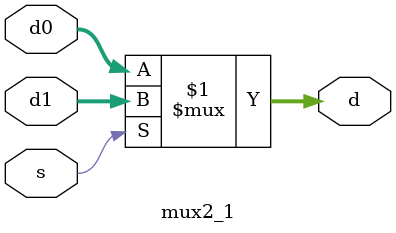
<source format=v>
module OEM16(in1,in2,in3,in4,in5,in6,in7,in8,in9,in10,in11,in12,in13,in14,in15,in16,out1,out2,out3,out4,out5,out6,out7,out8,out9,out10,out11,out12,out13,out14,out15,out16);
input [5:0] in1,in2,in3,in4,in5,in6,in7,in8,in9,in10,in11,in12,in13,in14,in15,in16;
output [5:0] out1,out2,out3,out4,out5,out6,out7,out8,out9,out10,out11,out12,out13,out14,out15,out16;

wire [5:0] a1,a2,a3,a4,a5,a6,a7,a8,a9,a10,a11,a12,a13,a14,a15,a16;
wire [5:0] b2,b3,b4,b5,b6,b7,b8,b9,b10,b11,b12,b13,b14,b15;
wire [5:0] c5,c6,c7,c8,c9,c10,c11,c12;
wire [5:0] d3,d4,d5,d6,d7,d8,d9,d10,d11,d12,d13,d14;

OEM8 O1 (in1,in2,in3,in4,in5,in6,in7,in8,a1,a2,a3,a4,a5,a6,a7,a8);
OEM8 O2 (in9,in10,in11,in12,in13,in14,in15,in16,a9,a10,a11,a12,a13,a14,a15,a16);

CULH C1 (a1,a9,out1,b9);
CULH C2 (a2,a10,b2,b10);
CULH C3 (a3,a11,b3,b11);
CULH C4 (a4,a12,b4,b12);
CULH C5 (a5,a13,b5,b13);
CULH C6 (a6,a14,b6,b14);
CULH C7 (a7,a15,b7,b15);
CULH C8 (a8,a16,b8,out16);

CULH C9 (b5,b9,c5,c9);
CULH C10 (b6,b10,c6,c10);
CULH C11 (b7,b11,c7,c11);
CULH C12 (b8,b12,c8,c12);

CULH C13 (b3,c5,d3,d5);
CULH C14 (b4,c6,d4,d6);
CULH C15 (c7,c9,d7,d9);
CULH C16 (c8,c10,d8,d10);
CULH C17 (c11,b13,d11,d13);
CULH C18 (c12,b14,d12,d14);

CULH C19 (b2,d3,out2,out3);
CULH C20 (d4,d5,out4,out5);
CULH C21 (d6,d7,out6,out7);
CULH C22 (d8,d9,out8,out9);
CULH C23 (d10,d11,out10,out11);
CULH C24 (d12,d13,out12,out13);
CULH C25 (d14,b15,out14,out15);

endmodule

module OEM8 (in1,in2,in3,in4,in5,in6,in7,in8,out1,out2,out3,out4,out5,out6,out7,out8);
input [5:0] in1,in2,in3,in4,in5,in6,in7,in8;
output [5:0] out1,out2,out3,out4,out5,out6,out7,out8;

wire [5:0] a1,a2,a3,a4,a5,a6,a7,a8;
wire [5:0] b1,b2,b3,b4,b5,b6,b7,b8;
wire [5:0] c2,c3,c4,c5,c6,c7;
wire [5:0] d3,d4,d5,d6,e2,e3,e6,e7;

CULH C1 (in1,in2,a1,a2);
CULH C2 (in3,in4,a3,a4);
CULH C3 (in5,in6,a5,a6);
CULH C4 (in7,in8,a7,a8);

CULH C5 (a1,a3,b1,b3);
CULH C6 (a2,a4,b2,b4);
CULH C7 (a5,a7,b5,b7);
CULH C8 (a6,a8,b6,b8);

CULH C9 (b2,b3,e2,e3);
CULH C10 (b6,b7,e6,e7);

CULH C11 (b1,b5,out1,c5);
CULH C12 (e2,e6,c2,c6);
CULH C13 (e3,e7,c3,c7);
CULH C14 (b4,b8,c4,out8);

CULH C15 (c3,c5,d3,d5);
CULH C16 (c4,c6,d4,d6);

CULH C17 (c2,d3,out2,out3);
CULH C18 (d4,d5,out4,out5);
CULH C19 (d6,c7,out6,out7);
endmodule

module CULH (x,y,L,H);
input [5:0]x,y;
output [5:0]L,H;
reg sel;

always @(*) begin
    if (x > y) begin
        sel = 0;
    end else if (x == y) begin
        sel = 0;
    end else begin
        sel = 1;
    end
end

mux2_1 m1 (y,x,sel,L);
mux2_1 m2 (x,y,sel,H);
endmodule 

module mux2_1 (d0,d1,s,d);
	output [5:0]d;
	input [5:0]d0, d1;
	input s;
	assign d = (s)? d1:d0;
endmodule

</source>
